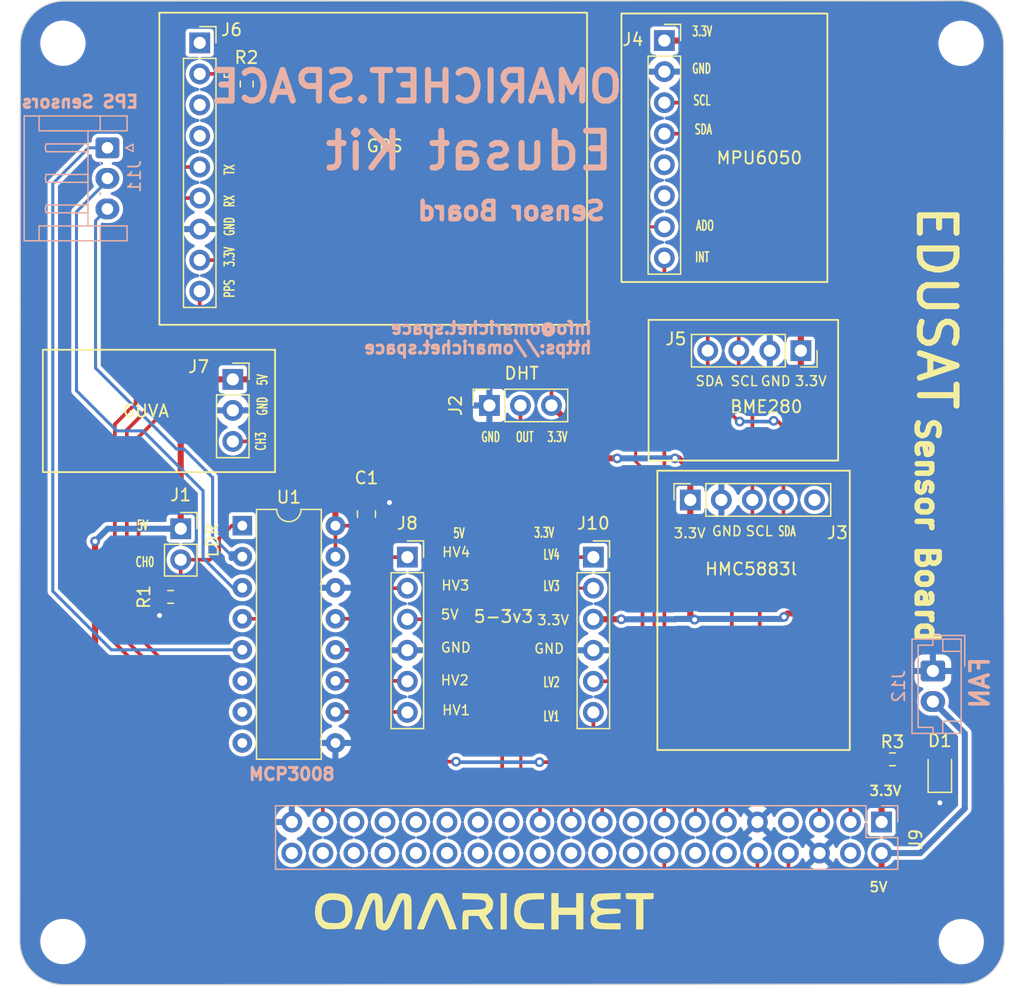
<source format=kicad_pcb>
(kicad_pcb (version 20221018) (generator pcbnew)
  (layers (0 "F.Cu" signal) (31 "B.Cu" power) (34 "B.Paste" user) (35 "F.Paste" user) (36 "B.SilkS" user "B.Silkscreen") (37 "F.SilkS" user "F.Silkscreen") (38 "B.Mask" user) (39 "F.Mask" user) (44 "Edge.Cuts" user))
  (net 0 "")
  (net 1 "+5V")
  (net 2 "GND")
  (net 3 "Net-(D1-A)")
  (net 4 "CH0")
  (net 5 "DHTOUT")
  (net 6 "+3.3V")
  (net 7 "SCL")
  (net 8 "SDA")
  (net 12 "ADO")
  (net 13 "INT")
  (net 15 "/EN")
  (net 18 "TX")
  (net 19 "RX")
  (net 20 "PPS")
  (net 21 "CH3")
  (net 22 "CLK")
  (net 23 "MISO")
  (net 24 "MOSI")
  (net 25 "CS")
  (net 32 "RXO1_MOSI")
  (net 34 "RXO_MISO")
  (net 36 "TXI_CLK")
  (net 42 "OE")
  (net 50 "TXI1_CS")
  (net 53 "CH1")
  (net 54 "CH2")
  (net 55 "CH5")
  (net 56 "CH4")
  (footprint "Connector_PinSocket_2.54mm:PinSocket_1x06_P2.54mm_Vertical" (layer "F.Cu") (at 100.445 106.645)
    (fp_text reference "J8" (at 0 -2.77) (layer "F.SilkS"))
    (fp_text value "Conn_01x06_LLCA")
    (pad "1" thru_hole rect locked (at 0 0) (size 1.7 1.7) (drill 1) (layers "*.Cu" "*.Mask") (net 22 "CLK"))
    (pad "2" thru_hole oval locked (at 0 2.54) (size 1.7 1.7) (drill 1) (layers "*.Cu" "*.Mask") (net 23 "MISO"))
    (pad "3" thru_hole oval locked (at 0 5.08) (size 1.7 1.7) (drill 1) (layers "*.Cu" "*.Mask") (net 1 "+5V"))
    (pad "4" thru_hole oval locked (at 0 7.62) (size 1.7 1.7) (drill 1) (layers "*.Cu" "*.Mask") (net 2 "GND"))
    (pad "5" thru_hole oval locked (at 0 10.16) (size 1.7 1.7) (drill 1) (layers "*.Cu" "*.Mask") (net 24 "MOSI"))
    (pad "6" thru_hole oval locked (at 0 12.7) (size 1.7 1.7) (drill 1) (layers "*.Cu" "*.Mask") (net 25 "CS"))
  )
  (footprint "Connector_PinSocket_2.54mm:PinSocket_1x09_P2.54mm_Vertical" (layer "F.Cu") (at 83.455 64.56)
    (fp_text reference "J6" (at 2.605 -1.07) (layer "F.SilkS"))
    (fp_text value "Conn_01x09_GPS")
    (pad "1" thru_hole rect (at 0 0) (size 1.7 1.7) (drill 1) (layers "*.Cu" "*.Mask"))
    (pad "2" thru_hole oval (at 0 2.54) (size 1.7 1.7) (drill 1) (layers "*.Cu" "*.Mask") (net 15 "/EN"))
    (pad "3" thru_hole oval (at 0 5.08) (size 1.7 1.7) (drill 1) (layers "*.Cu" "*.Mask"))
    (pad "4" thru_hole oval (at 0 7.62) (size 1.7 1.7) (drill 1) (layers "*.Cu" "*.Mask"))
    (pad "5" thru_hole oval (at 0 10.16) (size 1.7 1.7) (drill 1) (layers "*.Cu" "*.Mask") (net 18 "TX"))
    (pad "6" thru_hole oval (at 0 12.7) (size 1.7 1.7) (drill 1) (layers "*.Cu" "*.Mask") (net 19 "RX"))
    (pad "7" thru_hole oval (at 0 15.24) (size 1.7 1.7) (drill 1) (layers "*.Cu" "*.Mask") (net 2 "GND"))
    (pad "8" thru_hole oval (at 0 17.78) (size 1.7 1.7) (drill 1) (layers "*.Cu" "*.Mask") (net 6 "+3.3V"))
    (pad "9" thru_hole oval (at 0 20.32) (size 1.7 1.7) (drill 1) (layers "*.Cu" "*.Mask") (net 20 "PPS"))
  )
  (footprint "MountingHole:MountingHole_3.2mm_M3" (layer "F.Cu") (at 145.77 138.11)
    (fp_text reference "H4" hide)
    (fp_text value "MountingHole")
    (pad "" np_thru_hole circle locked (at 0 0) (size 3.2 3.2) (drill 3.2) (layers "*.Cu" "*.Mask"))
  )
  (footprint "Connector_PinSocket_2.54mm:PinSocket_1x03_P2.54mm_Vertical" (layer "F.Cu") (at 107.16 94.23 90)
    (fp_text reference "J2" (at 0 -2.77 90) (layer "F.SilkS"))
    (fp_text value "Conn_01x03_DHT")
    (pad "1" thru_hole rect (at 0 0 90) (size 1.7 1.7) (drill 1) (layers "*.Cu" "*.Mask") (net 2 "GND"))
    (pad "2" thru_hole oval (at 0 2.54 90) (size 1.7 1.7) (drill 1) (layers "*.Cu" "*.Mask") (net 5 "DHTOUT"))
    (pad "3" thru_hole oval (at 0 5.08 90) (size 1.7 1.7) (drill 1) (layers "*.Cu" "*.Mask") (net 6 "+3.3V"))
  )
  (footprint "Connector_PinSocket_2.54mm:PinSocket_1x08_P2.54mm_Vertical" (layer "F.Cu") (at 121.475 64.375)
    (fp_text reference "J4" (at -2.575 -0.085) (layer "F.SilkS"))
    (fp_text value "Conn_01x08_mpu6050")
    (pad "1" thru_hole rect (at 0 0) (size 1.7 1.7) (drill 1) (layers "*.Cu" "*.Mask") (net 6 "+3.3V"))
    (pad "2" thru_hole oval (at 0 2.54) (size 1.7 1.7) (drill 1) (layers "*.Cu" "*.Mask") (net 2 "GND"))
    (pad "3" thru_hole oval (at 0 5.08) (size 1.7 1.7) (drill 1) (layers "*.Cu" "*.Mask") (net 7 "SCL"))
    (pad "4" thru_hole oval (at 0 7.62) (size 1.7 1.7) (drill 1) (layers "*.Cu" "*.Mask") (net 8 "SDA"))
    (pad "5" thru_hole oval (at 0 10.16) (size 1.7 1.7) (drill 1) (layers "*.Cu" "*.Mask"))
    (pad "6" thru_hole oval (at 0 12.7) (size 1.7 1.7) (drill 1) (layers "*.Cu" "*.Mask"))
    (pad "7" thru_hole oval (at 0 15.24) (size 1.7 1.7) (drill 1) (layers "*.Cu" "*.Mask") (net 12 "ADO"))
    (pad "8" thru_hole oval (at 0 17.78) (size 1.7 1.7) (drill 1) (layers "*.Cu" "*.Mask") (net 13 "INT"))
  )
  (footprint "Connector_PinSocket_2.54mm:PinSocket_1x04_P2.54mm_Vertical" (layer "F.Cu") (at 132.645 89.75 -90)
    (fp_text reference "J5" (at -0.96 10.225 -180) (layer "F.SilkS"))
    (fp_text value "Conn_01x04_BME280")
    (pad "1" thru_hole rect (at 0 0 270) (size 1.7 1.7) (drill 1) (layers "*.Cu" "*.Mask") (net 6 "+3.3V"))
    (pad "2" thru_hole oval (at 0 2.54 270) (size 1.7 1.7) (drill 1) (layers "*.Cu" "*.Mask") (net 2 "GND"))
    (pad "3" thru_hole oval (at 0 5.08 270) (size 1.7 1.7) (drill 1) (layers "*.Cu" "*.Mask") (net 7 "SCL"))
    (pad "4" thru_hole oval (at 0 7.62 270) (size 1.7 1.7) (drill 1) (layers "*.Cu" "*.Mask") (net 8 "SDA"))
  )
  (footprint "MountingHole:MountingHole_3.2mm_M3" (layer "F.Cu") (at 72.26 64.59)
    (fp_text reference "H1" hide)
    (fp_text value "MountingHole")
    (pad "" np_thru_hole circle locked (at 0 0) (size 3.2 3.2) (drill 3.2) (layers "*.Cu" "*.Mask"))
  )
  (footprint "Resistor_SMD:R_0603_1608Metric" (layer "F.Cu") (at 87.3 67.925 -90)
    (fp_text reference "R2" (at -2.165 0.02 -180) (layer "F.SilkS"))
    (fp_text value "10K")
    (pad "1" smd roundrect (at -0.825 0 270) (size 0.8 0.95) (layers "F.Cu" "F.Paste" "F.Mask") (net 15 "/EN"))
    (pad "2" smd roundrect (at 0.825 0 270) (size 0.8 0.95) (layers "F.Cu" "F.Paste" "F.Mask") (net 6 "+3.3V"))
  )
  (footprint "Connector_PinSocket_2.54mm:PinSocket_1x02_P2.54mm_Vertical" (layer "F.Cu") (at 81.9 104.32)
    (fp_text reference "J1" (at 0 -2.77) (layer "F.SilkS"))
    (fp_text value "Conn_01x02_Light")
    (pad "1" thru_hole rect (at 0 0) (size 1.7 1.7) (drill 1) (layers "*.Cu" "*.Mask") (net 1 "+5V"))
    (pad "2" thru_hole oval (at 0 2.54) (size 1.7 1.7) (drill 1) (layers "*.Cu" "*.Mask") (net 4 "CH0"))
  )
  (footprint "MountingHole:MountingHole_3.2mm_M3" (layer "F.Cu") (at 145.76 64.6)
    (fp_text reference "H2" hide)
    (fp_text value "MountingHole")
    (pad "" np_thru_hole circle locked (at 0 0) (size 3.2 3.2) (drill 3.2) (layers "*.Cu" "*.Mask"))
  )
  (footprint "LED_SMD:LED_0805_2012Metric" (layer "F.Cu") (at 144.018 124.206 90)
    (fp_text reference "D1" (at 2.54 0 180) (layer "F.SilkS"))
    (fp_text value "LED")
    (pad "1" smd roundrect (at -0.9375 0 90) (size 0.975 1.4) (layers "F.Cu" "F.Paste" "F.Mask") (net 2 "GND"))
    (pad "2" smd roundrect (at 0.9375 0 90) (size 0.975 1.4) (layers "F.Cu" "F.Paste" "F.Mask") (net 3 "Net-(D1-A)"))
  )
  (footprint "Capacitor_SMD:C_0805_2012Metric" (layer "F.Cu") (at 97.1 103.12 90)
    (fp_text reference "C1" (at 2.96 0) (layer "F.SilkS"))
    (fp_text value "100n")
    (pad "1" smd roundrect (at -0.95 0 90) (size 1 1.45) (layers "F.Cu" "F.Paste" "F.Mask") (net 1 "+5V"))
    (pad "2" smd roundrect (at 0.95 0 90) (size 1 1.45) (layers "F.Cu" "F.Paste" "F.Mask") (net 2 "GND"))
  )
  (footprint "LOGO" (layer "F.Cu") (at 106.72 135.58)
    (fp_text reference "G***" hide)
    (fp_text value "LOGO" hide)
  )
  (footprint "MountingHole:MountingHole_3.2mm_M3" (layer "F.Cu") (at 72.26 138.1)
    (fp_text reference "H3" hide)
    (fp_text value "MountingHole")
    (pad "" np_thru_hole circle locked (at 0 0) (size 3.2 3.2) (drill 3.2) (layers "*.Cu" "*.Mask"))
  )
  (footprint "Package_DIP:DIP-16_W7.62mm" (layer "F.Cu") (at 86.94 104.07)
    (fp_text reference "U1" (at 3.81 -2.33) (layer "F.SilkS"))
    (fp_text value "MCP3008")
    (pad "1" thru_hole rect (at 0 0) (size 1.6 1.6) (drill 0.8) (layers "*.Cu" "*.Mask") (net 4 "CH0"))
    (pad "2" thru_hole oval (at 0 2.54) (size 1.6 1.6) (drill 0.8) (layers "*.Cu" "*.Mask") (net 53 "CH1"))
    (pad "3" thru_hole oval (at 0 5.08) (size 1.6 1.6) (drill 0.8) (layers "*.Cu" "*.Mask") (net 54 "CH2"))
    (pad "4" thru_hole oval (at 0 7.62) (size 1.6 1.6) (drill 0.8) (layers "*.Cu" "*.Mask") (net 21 "CH3"))
    (pad "5" thru_hole oval (at 0 10.16) (size 1.6 1.6) (drill 0.8) (layers "*.Cu" "*.Mask") (net 56 "CH4"))
    (pad "6" thru_hole oval (at 0 12.7) (size 1.6 1.6) (drill 0.8) (layers "*.Cu" "*.Mask") (net 55 "CH5"))
    (pad "7" thru_hole oval (at 0 15.24) (size 1.6 1.6) (drill 0.8) (layers "*.Cu" "*.Mask"))
    (pad "8" thru_hole oval (at 0 17.78) (size 1.6 1.6) (drill 0.8) (layers "*.Cu" "*.Mask"))
    (pad "9" thru_hole oval (at 7.62 17.78) (size 1.6 1.6) (drill 0.8) (layers "*.Cu" "*.Mask") (net 2 "GND"))
    (pad "10" thru_hole oval (at 7.62 15.24) (size 1.6 1.6) (drill 0.8) (layers "*.Cu" "*.Mask") (net 25 "CS"))
    (pad "11" thru_hole oval (at 7.62 12.7) (size 1.6 1.6) (drill 0.8) (layers "*.Cu" "*.Mask") (net 24 "MOSI"))
    (pad "12" thru_hole oval (at 7.62 10.16) (size 1.6 1.6) (drill 0.8) (layers "*.Cu" "*.Mask") (net 23 "MISO"))
    (pad "13" thru_hole oval (at 7.62 7.62) (size 1.6 1.6) (drill 0.8) (layers "*.Cu" "*.Mask") (net 22 "CLK"))
    (pad "14" thru_hole oval (at 7.62 5.08) (size 1.6 1.6) (drill 0.8) (layers "*.Cu" "*.Mask") (net 2 "GND"))
    (pad "15" thru_hole oval (at 7.62 2.54) (size 1.6 1.6) (drill 0.8) (layers "*.Cu" "*.Mask") (net 1 "+5V"))
    (pad "16" thru_hole oval (at 7.62 0) (size 1.6 1.6) (drill 0.8) (layers "*.Cu" "*.Mask") (net 1 "+5V"))
  )
  (footprint "Resistor_SMD:R_0603_1608Metric" (layer "F.Cu") (at 81.075 109.9 180)
    (fp_text reference "R1" (at 2.185 0 90) (layer "F.SilkS"))
    (fp_text value "10k")
    (pad "1" smd roundrect (at -0.825 0 180) (size 0.8 0.95) (layers "F.Cu" "F.Paste" "F.Mask") (net 4 "CH0"))
    (pad "2" smd roundrect (at 0.825 0 180) (size 0.8 0.95) (layers "F.Cu" "F.Paste" "F.Mask") (net 2 "GND"))
  )
  (footprint "Connector_PinSocket_2.54mm:PinSocket_1x06_P2.54mm_Vertical" (layer "F.Cu") (at 115.665 106.645)
    (fp_text reference "J10" (at 0 -2.77) (layer "F.SilkS"))
    (fp_text value "Conn_01x06_LLCB")
    (pad "1" thru_hole rect locked (at 0 0) (size 1.7 1.7) (drill 1) (layers "*.Cu" "*.Mask") (net 36 "TXI_CLK"))
    (pad "2" thru_hole oval locked (at 0 2.54) (size 1.7 1.7) (drill 1) (layers "*.Cu" "*.Mask") (net 34 "RXO_MISO"))
    (pad "3" thru_hole oval locked (at 0 5.08) (size 1.7 1.7) (drill 1) (layers "*.Cu" "*.Mask") (net 6 "+3.3V"))
    (pad "4" thru_hole oval locked (at 0 7.62) (size 1.7 1.7) (drill 1) (layers "*.Cu" "*.Mask") (net 2 "GND"))
    (pad "5" thru_hole oval locked (at 0 10.16) (size 1.7 1.7) (drill 1) (layers "*.Cu" "*.Mask") (net 32 "RXO1_MOSI"))
    (pad "6" thru_hole oval locked (at 0 12.7) (size 1.7 1.7) (drill 1) (layers "*.Cu" "*.Mask") (net 50 "TXI1_CS"))
  )
  (footprint "Connector_PinSocket_2.54mm:PinSocket_1x03_P2.54mm_Vertical" (layer "F.Cu") (at 86.16 92.095)
    (fp_text reference "J7" (at -2.79 -1.035) (layer "F.SilkS"))
    (fp_text value "Conn_01x03_GUVA-S12SD")
    (pad "1" thru_hole rect (at 0 0) (size 1.7 1.7) (drill 1) (layers "*.Cu" "*.Mask") (net 1 "+5V"))
    (pad "2" thru_hole oval (at 0 2.54) (size 1.7 1.7) (drill 1) (layers "*.Cu" "*.Mask") (net 2 "GND"))
    (pad "3" thru_hole oval (at 0 5.08) (size 1.7 1.7) (drill 1) (layers "*.Cu" "*.Mask") (net 21 "CH3"))
  )
  (footprint "Resistor_SMD:R_0603_1608Metric" (layer "F.Cu") (at 140.145 123.19)
    (fp_text reference "R3" (at 0 -1.43) (layer "F.SilkS"))
    (fp_text value "R")
    (pad "1" smd roundrect (at -0.825 0) (size 0.8 0.95) (layers "F.Cu" "F.Paste" "F.Mask") (net 6 "+3.3V"))
    (pad "2" smd roundrect (at 0.825 0) (size 0.8 0.95) (layers "F.Cu" "F.Paste" "F.Mask") (net 3 "Net-(D1-A)"))
  )
  (footprint "Connector_PinSocket_2.54mm:PinSocket_1x05_P2.54mm_Vertical" (layer "F.Cu") (at 123.6 101.96 90)
    (fp_text reference "J3" (at -2.688 12.036 180) (layer "F.SilkS"))
    (fp_text value "Conn_01x05_HMC5883L")
    (pad "1" thru_hole rect (at 0 0 90) (size 1.7 1.7) (drill 1) (layers "*.Cu" "*.Mask") (net 6 "+3.3V"))
    (pad "2" thru_hole oval (at 0 2.54 90) (size 1.7 1.7) (drill 1) (layers "*.Cu" "*.Mask") (net 2 "GND"))
    (pad "3" thru_hole oval (at 0 5.08 90) (size 1.7 1.7) (drill 1) (layers "*.Cu" "*.Mask") (net 7 "SCL"))
    (pad "4" thru_hole oval (at 0 7.62 90) (size 1.7 1.7) (drill 1) (layers "*.Cu" "*.Mask") (net 8 "SDA"))
    (pad "5" thru_hole oval (at 0 10.16 90) (size 1.7 1.7) (drill 1) (layers "*.Cu" "*.Mask"))
  )
  (footprint "Connector_JST:JST_EH_B2B-EH-A_1x02_P2.50mm_Vertical" (layer "B.Cu") (at 143.45 115.96 -90)
    (fp_text reference "J12" (at 1.25 2.8 90) (layer "B.SilkS") (effects (justify mirror)))
    (fp_text value "Conn_01x02_Pin")
    (pad "1" thru_hole roundrect (at 0 0 270) (size 1.7 2) (drill 1) (layers "*.Cu" "*.Mask") (roundrect_rratio 0.1470588235) (net 2 "GND"))
    (pad "2" thru_hole oval (at 2.5 0 270) (size 1.7 2) (drill 1) (layers "*.Cu" "*.Mask") (net 1 "+5V"))
  )
  (footprint "Connector_JST:JST_EH_S3B-EH_1x03_P2.50mm_Horizontal" (layer "B.Cu") (at 75.9 73.15 -90)
    (fp_text reference "J11" (at 2.34 -2.22 90) (layer "B.SilkS") (effects (justify mirror)))
    (fp_text value "Conn_01x03_Pin")
    (pad "1" thru_hole roundrect (at 0 0 270) (size 1.7 1.95) (drill 0.95) (layers "*.Cu" "*.Mask") (roundrect_rratio 0.1470588235) (net 56 "CH4"))
    (pad "2" thru_hole oval (at 2.5 0 270) (size 1.7 1.95) (drill 0.95) (layers "*.Cu" "*.Mask") (net 54 "CH2"))
    (pad "3" thru_hole oval (at 5 0 270) (size 1.7 1.95) (drill 0.95) (layers "*.Cu" "*.Mask") (net 53 "CH1"))
  )
  (footprint "Connector_PinSocket_2.54mm:PinSocket_2x20_P2.54mm_Vertical" (layer "B.Cu") (at 139.25 128.32 90)
    (fp_text reference "J9" (at -1.42 2.8 -90) (layer "F.SilkS"))
    (fp_text value "Conn_02x20_Odd_Even")
    (pad "1" thru_hole rect (at 0 0 90) (size 1.7 1.7) (drill 1) (layers "*.Cu" "*.Mask") (net 6 "+3.3V"))
    (pad "2" thru_hole oval (at -2.54 0 90) (size 1.7 1.7) (drill 1) (layers "*.Cu" "*.Mask") (net 1 "+5V"))
    (pad "3" thru_hole oval (at 0 -2.54 90) (size 1.7 1.7) (drill 1) (layers "*.Cu" "*.Mask") (net 8 "SDA"))
    (pad "4" thru_hole oval (at -2.54 -2.54 90) (size 1.7 1.7) (drill 1) (layers "*.Cu" "*.Mask"))
    (pad "5" thru_hole oval (at 0 -5.08 90) (size 1.7 1.7) (drill 1) (layers "*.Cu" "*.Mask") (net 7 "SCL"))
    (pad "6" thru_hole circle (at -2.54 -5.08 90) (size 1.7 1.7) (drill 1) (layers "*.Cu" "*.Mask") (net 2 "GND"))
    (pad "7" thru_hole oval (at 0 -7.62 90) (size 1.7 1.7) (drill 1) (layers "*.Cu" "*.Mask"))
    (pad "8" thru_hole oval (at -2.54 -7.62 90) (size 1.7 1.7) (drill 1) (layers "*.Cu" "*.Mask") (net 18 "TX"))
    (pad "9" thru_hole oval (at 0 -10.16 90) (size 1.7 1.7) (drill 1) (layers "*.Cu" "*.Mask") (net 2 "GND"))
    (pad "10" thru_hole oval (at -2.54 -10.16 90) (size 1.7 1.7) (drill 1) (layers "*.Cu" "*.Mask") (net 19 "RX"))
    (pad "11" thru_hole oval (at 0 -12.7 90) (size 1.7 1.7) (drill 1) (layers "*.Cu" "*.Mask") (net 13 "INT"))
    (pad "12" thru_hole oval (at -2.54 -12.7 90) (size 1.7 1.7) (drill 1) (layers "*.Cu" "*.Mask"))
    (pad "13" thru_hole oval (at 0 -15.24 90) (size 1.7 1.7) (drill 1) (layers "*.Cu" "*.Mask") (net 12 "ADO"))
    (pad "14" thru_hole oval (at -2.54 -15.24 90) (size 1.7 1.7) (drill 1) (layers "*.Cu" "*.Mask"))
    (pad "15" thru_hole oval (at 0 -17.78 90) (size 1.7 1.7) (drill 1) (layers "*.Cu" "*.Mask") (net 5 "DHTOUT"))
    (pad "16" thru_hole oval (at -2.54 -17.78 90) (size 1.7 1.7) (drill 1) (layers "*.Cu" "*.Mask") (net 20 "PPS"))
    (pad "17" thru_hole oval (at 0 -20.32 90) (size 1.7 1.7) (drill 1) (layers "*.Cu" "*.Mask"))
    (pad "18" thru_hole oval (at -2.54 -20.32 90) (size 1.7 1.7) (drill 1) (layers "*.Cu" "*.Mask"))
    (pad "19" thru_hole oval (at 0 -22.86 90) (size 1.7 1.7) (drill 1) (layers "*.Cu" "*.Mask") (net 32 "RXO1_MOSI"))
    (pad "20" thru_hole oval (at -2.54 -22.86 90) (size 1.7 1.7) (drill 1) (layers "*.Cu" "*.Mask"))
    (pad "21" thru_hole oval (at 0 -25.4 90) (size 1.7 1.7) (drill 1) (layers "*.Cu" "*.Mask") (net 34 "RXO_MISO"))
    (pad "22" thru_hole oval (at -2.54 -25.4 90) (size 1.7 1.7) (drill 1) (layers "*.Cu" "*.Mask"))
    (pad "23" thru_hole oval (at 0 -27.94 90) (size 1.7 1.7) (drill 1) (layers "*.Cu" "*.Mask") (net 36 "TXI_CLK"))
    (pad "24" thru_hole oval (at -2.54 -27.94 90) (size 1.7 1.7) (drill 1) (layers "*.Cu" "*.Mask"))
    (pad "25" thru_hole oval (at 0 -30.48 90) (size 1.7 1.7) (drill 1) (layers "*.Cu" "*.Mask"))
    (pad "26" thru_hole oval (at -2.54 -30.48 90) (size 1.7 1.7) (drill 1) (layers "*.Cu" "*.Mask"))
    (pad "27" thru_hole oval (at 0 -33.02 90) (size 1.7 1.7) (drill 1) (layers "*.Cu" "*.Mask"))
    (pad "28" thru_hole oval (at -2.54 -33.02 90) (size 1.7 1.7) (drill 1) (layers "*.Cu" "*.Mask"))
    (pad "29" thru_hole oval (at 0 -35.56 90) (size 1.7 1.7) (drill 1) (layers "*.Cu" "*.Mask") (net 42 "OE"))
    (pad "30" thru_hole oval (at -2.54 -35.56 90) (size 1.7 1.7) (drill 1) (layers "*.Cu" "*.Mask"))
    (pad "31" thru_hole oval (at 0 -38.1 90) (size 1.7 1.7) (drill 1) (layers "*.Cu" "*.Mask"))
    (pad "32" thru_hole oval (at -2.54 -38.1 90) (size 1.7 1.7) (drill 1) (layers "*.Cu" "*.Mask"))
    (pad "33" thru_hole oval (at 0 -40.64 90) (size 1.7 1.7) (drill 1) (layers "*.Cu" "*.Mask"))
    (pad "34" thru_hole oval (at -2.54 -40.64 90) (size 1.7 1.7) (drill 1) (layers "*.Cu" "*.Mask"))
    (pad "35" thru_hole oval (at 0 -43.18 90) (size 1.7 1.7) (drill 1) (layers "*.Cu" "*.Mask"))
    (pad "36" thru_hole oval (at -2.54 -43.18 90) (size 1.7 1.7) (drill 1) (layers "*.Cu" "*.Mask"))
    (pad "37" thru_hole oval (at 0 -45.72 90) (size 1.7 1.7) (drill 1) (layers "*.Cu" "*.Mask") (net 50 "TXI1_CS"))
    (pad "38" thru_hole oval (at -2.54 -45.72 90) (size 1.7 1.7) (drill 1) (layers "*.Cu" "*.Mask"))
    (pad "39" thru_hole oval (at 0 -48.26 90) (size 1.7 1.7) (drill 1) (layers "*.Cu" "*.Mask") (net 2 "GND"))
    (pad "40" thru_hole oval (at -2.54 -48.26 90) (size 1.7 1.7) (drill 1) (layers "*.Cu" "*.Mask"))
  )
  (gr_rect (start 120.185 87.23) (end 135.695 98.74) (stroke (width 0.15)) (fill none) (layer "F.SilkS"))
  (gr_rect (start 70.62 89.675) (end 89.62 99.685) (stroke (width 0.15)) (fill none) (layer "F.SilkS"))
  (gr_rect (start 120.904 99.568) (end 136.652 122.428) (stroke (width 0.15)) (fill none) (layer "F.SilkS"))
  (gr_rect (start 117.965 62.16) (end 134.815 84.13) (stroke (width 0.15)) (fill none) (layer "F.SilkS"))
  (gr_rect (start 80.15 62.09) (end 115.15 87.63) (stroke (width 0.15)) (fill none) (layer "F.SilkS"))
  (gr_line (start 68.77 64.76) (end 68.73 138.04) (stroke (width 0.1)) (layer "Edge.Cuts"))
  (gr_arc (start 149.3 138.1) (mid 148.277803 140.567803) (end 145.81 141.59) (stroke (width 0.1)) (layer "Edge.Cuts"))
  (gr_line (start 149.239215 64.744059) (end 149.3 138.1) (stroke (width 0.1)) (layer "Edge.Cuts"))
  (gr_line (start 72.32 141.63) (end 145.81 141.59) (stroke (width 0.1)) (layer "Edge.Cuts"))
  (gr_arc (start 145.609232 61.102821) (mid 148.18 62.17) (end 149.239215 64.744059) (stroke (width 0.1)) (layer "Edge.Cuts"))
  (gr_line (start 72.411238 61.130017) (end 141.98 61.12) (stroke (width 0.1)) (layer "Edge.Cuts"))
  (gr_arc (start 72.32 141.63) (mid 69.781487 140.578513) (end 68.73 138.04) (stroke (width 0.1)) (layer "Edge.Cuts"))
  (gr_line (start 141.98 61.12) (end 145.609232 61.102821) (stroke (width 0.1)) (layer "Edge.Cuts"))
  (gr_arc (start 68.77 64.76) (mid 69.837179 62.189232) (end 72.411238 61.130017) (stroke (width 0.1)) (layer "Edge.Cuts"))
  (gr_text "OMARICHET.SPACE" (at 118.3 69.61) (layer "B.SilkS") (effects (font (size 2.5 2.5) (thickness 0.5) bold) (justify left bottom mirror)))
  (gr_text "EPS Sensors" (at 78.55 69.97) (layer "B.SilkS") (effects (font (size 1 1) (thickness 0.25) bold) (justify left bottom mirror)))
  (gr_text "info@omarichet.space\nhttps://omarichet.space" (at 115.66 90.09) (layer "B.SilkS") (effects (font (size 1 1) (thickness 0.25) bold) (justify left bottom mirror)))
  (gr_text "FAN" (at 148.17 114.66 90) (layer "B.SilkS") (effects (font (size 1.5 1.5) (thickness 0.3) bold) (justify left bottom mirror)))
  (gr_text "Edusat Kit" (at 117.55 75.15) (layer "B.SilkS") (effects (font (size 3 3) (thickness 0.5) bold) (justify left bottom mirror)))
  (gr_text "Sensor Board" (at 116.8 79.19) (layer "B.SilkS") (effects (font (size 1.5 1.5) (thickness 0.375) bold) (justify left bottom mirror)))
  (gr_text "MCP3008" (at 87.35 124.99) (layer "B.SilkS") (effects (font (size 1 1) (thickness 0.25) bold) (justify left bottom)))
  (gr_text "5V" (at 138.176 134.112) (layer "F.SilkS") (effects (font (size 0.8 0.8)) (justify left bottom)))
  (gr_text "RX" (at 86.36 78.08 90) (layer "F.SilkS") (effects (font (size 0.8 0.5) (thickness 0.125)) (justify left bottom)))
  (gr_text "INT" (at 123.92 82.57) (layer "F.SilkS") (effects (font (size 0.8 0.5) (thickness 0.125)) (justify left bottom)))
  (gr_text "GND" (at 103.11 114.51) (layer "F.SilkS") (effects (font (size 0.8 0.8) (thickness 0.125)) (justify left bottom)))
  (gr_text "5-3v3" (at 105.79 112.09) (layer "F.SilkS") (effects (font (size 1 1)) (justify left bottom)))
  (gr_text "GND" (at 129.286 92.71) (layer "F.SilkS") (effects (font (size 0.8 0.8) (thickness 0.125)) (justify left bottom)))
  (gr_text "EDUSAT" (at 141.99 77.63 270) (layer "F.SilkS") (effects (font (size 3 3) (thickness 0.5) bold) (justify left bottom)))
  (gr_text "GND" (at 106.42 97.282) (layer "F.SilkS") (effects (font (size 0.8 0.5) (thickness 0.125)) (justify left bottom)))
  (gr_text "3.3V" (at 110.744 105.11) (layer "F.SilkS") (effects (font (size 0.8 0.5) (thickness 0.125)) (justify left bottom)))
  (gr_text "CH0" (at 78.14 107.51) (layer "F.SilkS") (effects (font (size 0.8 0.5) (thickness 0.125)) (justify left bottom)))
  (gr_text "5V" (at 78.24 104.52) (layer "F.SilkS") (effects (font (size 0.8 0.5) (thickness 0.125)) (justify left bottom)))
  (gr_text "5V" (at 103.11 111.81) (layer "F.SilkS") (effects (font (size 0.8 0.8) (thickness 0.125)) (justify left bottom)))
  (gr_text "3.3V" (at 122.174 105.156) (layer "F.SilkS") (effects (font (size 0.8 0.8) (thickness 0.125)) (justify left bottom)))
  (gr_text "LV2" (at 111.506 117.348) (layer "F.SilkS") (effects (font (size 0.8 0.5) (thickness 0.125)) (justify left bottom)))
  (gr_text "3.3V" (at 111.83 97.282) (layer "F.SilkS") (effects (font (size 0.8 0.5) (thickness 0.125)) (justify left bottom)))
  (gr_text "MPU6050" (at 125.65 74.56) (layer "F.SilkS") (effects (font (size 1 1)) (justify left bottom)))
  (gr_text "SCL" (at 123.78 69.74) (layer "F.SilkS") (effects (font (size 0.8 0.5) (thickness 0.125)) (justify left bottom)))
  (gr_text "LV4" (at 111.506 106.91) (layer "F.SilkS") (effects (font (size 0.8 0.5) (thickness 0.125)) (justify left bottom)))
  (gr_text "3.3V" (at 123.68 64.09) (layer "F.SilkS") (effects (font (size 0.8 0.5) (thickness 0.125)) (justify left bottom)))
  (gr_text "GND" (at 86.36 80.43 90) (layer "F.SilkS") (effects (font (size 0.8 0.5) (thickness 0.125)) (justify left bottom)))
  (gr_text "GND" (at 125.29 104.99) (layer "F.SilkS") (effects (font (size 0.8 0.8) (thickness 0.125)) (justify left bottom)))
  (gr_text "OUT" (at 109.26 97.282) (layer "F.SilkS") (effects (font (size 0.8 0.5) (thickness 0.125)) (justify left bottom)))
  (gr_text "HMC5883l" (at 124.714 108.204) (layer "F.SilkS") (effects (font (size 1 1)) (justify left bottom)))
  (gr_text "BME280" (at 126.77 94.92) (layer "F.SilkS") (effects (font (size 1 1)) (justify left bottom)))
  (gr_text "LDR" (at 85.06 106.76 90) (layer "F.SilkS") (effects (font (size 1 1)) (justify left bottom)))
  (gr_text "3.3V" (at 86.36 82.96 90) (layer "F.SilkS") (effects (font (size 0.8 0.5) (thickness 0.125)) (justify left bottom)))
  (gr_text "HV3" (at 103.15 109.43) (layer "F.SilkS") (effects (font (size 0.8 0.8) (thickness 0.125)) (justify left bottom)))
  (gr_text "5V" (at 89.06 92.66 90) (layer "F.SilkS") (effects (font (size 0.8 0.5) (thickness 0.125)) (justify left bottom)))
  (gr_text "LV3" (at 111.506 109.474) (layer "F.SilkS") (effects (font (size 0.8 0.5) (thickness 0.125)) (justify left bottom)))
  (gr_text "EN" (at 86.36 67.564 90) (layer "F.SilkS") (effects (font (size 0.8 0.5) (thickness 0.125)) (justify left bottom)))
  (gr_text "3.3V" (at 132.08 92.71) (layer "F.SilkS") (effects (font (size 0.8 0.8) (thickness 0.125)) (justify left bottom)))
  (gr_text "TX" (at 86.36 75.45 90) (layer "F.SilkS") (effects (font (size 0.8 0.5) (thickness 0.125)) (justify left bottom)))
  (gr_text "GPS" (at 97.01 73.58) (layer "F.SilkS") (effects (font (size 1 1)) (justify left bottom)))
  (gr_text "DHT" (at 108.29 92.19) (layer "F.SilkS") (effects (font (size 1 1)) (justify left bottom)))
  (gr_text "SDA" (at 123.952 92.71) (layer "F.SilkS") (effects (font (size 0.8 0.8) (thickness 0.125)) (justify left bottom)))
  (gr_text "SCL" (at 126.82 92.71) (layer "F.SilkS") (effects (font (size 0.8 0.8) (thickness 0.125)) (justify left bottom)))
  (gr_text "Sensor Board" (at 141.92 95.02 270) (layer "F.SilkS") (effects (font (size 1.8 1.8) (thickness 0.45) bold) (justify left bottom)))
  (gr_text "SCL" (at 128.05 104.99) (layer "F.SilkS") (effects (font (size 0.8 0.8) (thickness 0.125)) (justify left bottom)))
  (gr_text "GND" (at 123.68 67.14) (layer "F.SilkS") (effects (font (size 0.8 0.5) (thickness 0.125)) (justify left bottom)))
  (gr_text "HV1" (at 103.21 119.64) (layer "F.SilkS") (effects (font (size 0.8 0.8) (thickness 0.125)) (justify left bottom)))
  (gr_text "PPS" (at 86.36 85.49 90) (layer "F.SilkS") (effects (font (size 0.8 0.5) (thickness 0.125)) (justify left bottom)))
  (gr_text "ADO" (at 123.99 79.99) (layer "F.SilkS") (effects (font (size 0.8 0.5) (thickness 0.125)) (justify left bottom)))
  (gr_text "GND" (at 110.744 114.6) (layer "F.SilkS") (effects (font (size 0.8 0.8) (thickness 0.125)) (justify left bottom)))
  (gr_text "CH3" (at 88.93 98 90) (layer "F.SilkS") (effects (font (size 0.8 0.5) (thickness 0.125)) (justify left bottom)))
  (gr_text "SDA" (at 123.88 72.11) (layer "F.SilkS") (effects (font (size 0.8 0.5) (thickness 0.125)) (justify left bottom)))
  (gr_text "HV2" (at 103.1 117.19) (layer "F.SilkS") (effects (font (size 0.8 0.8) (thickness 0.125)) (justify left bottom)))
  (gr_text "HV4" (at 103.21 106.71) (layer "F.SilkS") (effects (font (size 0.8 0.8) (thickness 0.125)) (justify left bottom)))
  (gr_text "LV1" (at 111.506 120.142) (layer "F.SilkS") (effects (font (size 0.8 0.5) (thickness 0.125)) (justify left bottom)))
  (gr_text "GUVA" (at 77.07 95.27) (layer "F.SilkS") (effects (font (size 1 1)) (justify left bottom)))
  (gr_text "3.3V" (at 138.176 126.238) (layer "F.SilkS") (effects (font (size 0.8 0.8)) (justify left bottom)))
  (gr_text "GND" (at 89.06 95.13 90) (layer "F.SilkS") (effects (font (size 0.8 0.5) (thickness 0.125)) (justify left bottom)))
  (gr_text "SDA" (at 130.73 105) (layer "F.SilkS") (effects (font (size 0.8 0.5) (thickness 0.125)) (justify left bottom)))
  (gr_text "5V" (at 104.14 105.156) (layer "F.SilkS") (effects (font (size 0.8 0.5) (thickness 0.125)) (justify left bottom)))
  (gr_text "3.3V" (at 110.998 112.268) (layer "F.SilkS") (effects (font (size 0.8 0.8) (thickness 0.125)) (justify left bottom)))
  (segment (start 135.542 137) (end 139.25 133.292) (width 0.5) (layer "F.Cu") (net 1))
  (segment (start 74.89 115.29) (end 76.98 117.38) (width 0.5) (layer "F.Cu") (net 1))
  (segment (start 104.5 110.12) (end 102.895 111.725) (width 0.3) (layer "F.Cu") (net 1))
  (segment (start 94.56 104.07) (end 97.1 104.07) (width 0.3) (layer "F.Cu") (net 1))
  (segment (start 86.16 92.095) (end 83.945 92.095) (width 0.5) (layer "F.Cu") (net 1))
  (segment (start 81.66 137) (end 135.542 137) (width 0.5) (layer "F.Cu") (net 1))
  (segment (start 89.975 92.095) (end 94.56 96.68) (width 0.5) (layer "F.Cu") (net 1))
  (segment (start 86.16 92.095) (end 89.975 92.095) (width 0.5) (layer "F.Cu") (net 1))
  (segment (start 94.56 96.68) (end 94.56 104.07) (width 0.5) (layer "F.Cu") (net 1))
  (segment (start 97.1 104.07) (end 103.45 104.07) (width 0.3) (layer "F.Cu") (net 1))
  (segment (start 94.56 104.07) (end 94.56 106.61) (width 0.3) (layer "F.Cu") (net 1))
  (segment (start 76.98 117.38) (end 76.98 132.32) (width 0.5) (layer "F.Cu") (net 1))
  (segment (start 74.89 105.35) (end 74.89 114.43) (width 0.5) (layer "F.Cu") (net 1))
  (segment (start 76.98 132.32) (end 81.66 137) (width 0.5) (layer "F.Cu") (net 1))
  (segment (start 103.45 104.07) (end 104.5 105.12) (width 0.3) (layer "F.Cu") (net 1))
  (segment (start 139.25 133.292) (end 139.25 130.86) (width 0.5) (layer "F.Cu") (net 1))
  (segment (start 83.945 92.095) (end 81.9 94.14) (width 0.5) (layer "F.Cu") (net 1))
  (segment (start 102.895 111.725) (end 100.445 111.725) (width 0.3) (layer "F.Cu") (net 1))
  (segment (start 104.5 105.12) (end 104.5 110.12) (width 0.3) (layer "F.Cu") (net 1))
  (segment (start 74.89 114.43) (end 74.89 115.29) (width 0.5) (layer "F.Cu") (net 1))
  (segment (start 81.9 94.14) (end 81.9 104.32) (width 0.5) (layer "F.Cu") (net 1))
  (via (at 74.89 105.35) (size 0.8) (drill 0.4) (layers "F.Cu" "B.Cu") (net 1))
  (segment (start 143.45 118.46) (end 146.06 121.07) (width 0.5) (layer "B.Cu") (net 1))
  (segment (start 74.89 105.35) (end 75.92 104.32) (width 0.5) (layer "B.Cu") (net 1))
  (segment (start 146.06 121.07) (end 146.06 127.21) (width 0.5) (layer "B.Cu") (net 1))
  (segment (start 146.06 127.21) (end 142.41 130.86) (width 0.5) (layer "B.Cu") (net 1))
  (segment (start 142.41 130.86) (end 139.25 130.86) (width 0.5) (layer "B.Cu") (net 1))
  (segment (start 75.92 104.32) (end 81.9 104.32) (width 0.5) (layer "B.Cu") (net 1))
  (segment (start 98.97 102.17) (end 98.98 102.18) (width 0.3) (layer "F.Cu") (net 2))
  (segment (start 144.018 125.1435) (end 144.018 126.746) (width 0.25) (layer "F.Cu") (net 2))
  (segment (start 80.25 109.9) (end 80.25 111.34) (width 0.3) (layer "F.Cu") (net 2))
  (segment (start 97.1 102.17) (end 98.97 102.17) (width 0.3) (layer "F.Cu") (net 2))
  (segment (start 80.25 111.34) (end 80.17 111.42) (width 0.3) (layer "F.Cu") (net 2))
  (via (at 80.17 111.42) (size 0.8) (drill 0.4) (layers "F.Cu" "B.Cu") (net 2))
  (via (at 98.98 102.18) (size 0.8) (drill 0.4) (layers "F.Cu" "B.Cu") (net 2))
  (via (at 144.018 126.746) (size 0.8) (drill 0.4) (layers "F.Cu" "B.Cu") (net 2))
  (segment (start 140.97 123.19) (end 143.9395 123.19) (width 0.25) (layer "F.Cu") (net 3))
  (segment (start 143.9395 123.19) (end 144.018 123.2685) (width 0.25) (layer "F.Cu") (net 3))
  (segment (start 81.9 106.86) (end 81.9 109.9) (width 0.3) (layer "F.Cu") (net 4))
  (segment (start 85.04 106.11) (end 84.29 106.86) (width 0.3) (layer "F.Cu") (net 4))
  (segment (start 86.94 104.07) (end 86.08 104.07) (width 0.3) (layer "F.Cu") (net 4))
  (segment (start 84.29 106.86) (end 81.9 106.86) (width 0.3) (layer "F.Cu") (net 4))
  (segment (start 85.04 105.11) (end 85.04 106.11) (width 0.3) (layer "F.Cu") (net 4))
  (segment (start 86.08 104.07) (end 85.04 105.11) (width 0.3) (layer "F.Cu") (net 4))
  (segment (start 119.69 116.134) (end 121.47 117.914) (width 0.3) (layer "F.Cu") (net 5))
  (segment (start 121.47 117.914) (end 121.47 128.32) (width 0.3) (layer "F.Cu") (net 5))
  (segment (start 111.22 97.68) (end 114.57 97.68) (width 0.3) (layer "F.Cu") (net 5))
  (segment (start 119.69 102.8) (end 119.69 116.134) (width 0.3) (layer "F.Cu") (net 5))
  (segment (start 109.7 96.16) (end 111.22 97.68) (width 0.3) (layer "F.Cu") (net 5))
  (segment (start 114.57 97.68) (end 119.69 102.8) (width 0.3) (layer "F.Cu") (net 5))
  (segment (start 109.7 94.23) (end 109.7 96.16) (width 0.3) (layer "F.Cu") (net 5))
  (segment (start 112.24 94.23) (end 116.57 98.56) (width 0.5) (layer "F.Cu") (net 6))
  (segment (start 123.6 101.96) (end 123.6 111.408) (width 0.5) (layer "F.Cu") (net 6))
  (segment (start 109.82 88.89) (end 112.24 91.31) (width 0.3) (layer "F.Cu") (net 6))
  (segment (start 117.945 111.725) (end 117.95 111.73) (width 0.5) (layer "F.Cu") (net 6))
  (segment (start 123.6 111.408) (end 123.952 111.76) (width 0.5) (layer "F.Cu") (net 6))
  (segment (start 136.99 111.252) (end 136.99 118.956) (width 0.5) (layer "F.Cu") (net 6))
  (segment (start 122.67 98.56) (end 123.6 99.49) (width 0.5) (layer "F.Cu") (net 6))
  (segment (start 128.355 64.375) (end 132.645 68.665) (width 0.5) (layer "F.Cu") (net 6))
  (segment (start 139.32 123.19) (end 139.25 123.26) (width 0.5) (layer "F.Cu") (net 6))
  (segment (start 116.57 98.56) (end 117.62 98.56) (width 0.5) (layer "F.Cu") (net 6))
  (segment (start 136.99 111.252) (end 131.548 111.252) (width 0.5) (layer "F.Cu") (net 6))
  (segment (start 123.6 99.49) (end 123.6 101.96) (width 0.5) (layer "F.Cu") (net 6))
  (segment (start 121.475 64.375) (end 128.355 64.375) (width 0.5) (layer "F.Cu") (net 6))
  (segment (start 122.35 98.56) (end 122.67 98.56) (width 0.5) (layer "F.Cu") (net 6))
  (segment (start 132.645 92.605) (end 136.99 96.95) (width 0.5) (layer "F.Cu") (net 6))
  (segment (start 112.24 91.31) (end 112.24 94.23) (width 0.3) (layer "F.Cu") (net 6))
  (segment (start 131.548 111.252) (end 131.27 111.53) (width 0.5) (layer "F.Cu") (net 6))
  (segment (start 139.25 123.26) (end 139.25 128.32) (width 0.5) (layer "F.Cu") (net 6))
  (segment (start 93.44 88.89) (end 109.82 88.89) (width 0.3) (layer "F.Cu") (net 6))
  (segment (start 86.89 82.34) (end 93.44 88.89) (width 0.3) (layer "F.Cu") (net 6))
  (segment (start 136.99 96.95) (end 136.99 111.252) (width 0.5) (layer "F.Cu") (net 6))
  (segment (start 132.645 89.75) (end 132.645 92.605) (width 0.5) (layer "F.Cu") (net 6))
  (segment (start 87.3 68.75) (end 87.3 80.5) (width 0.3) (layer "F.Cu") (net 6))
  (segment (start 85.46 82.34) (end 83.455 82.34) (width 0.3) (layer "F.Cu") (net 6))
  (segment (start 139.32 121.286) (end 139.32 123.19) (width 0.5) (layer "F.Cu") (net 6))
  (segment (start 136.99 118.956) (end 139.32 121.286) (width 0.5) (layer "F.Cu") (net 6))
  (segment (start 87.3 80.5) (end 85.46 82.34) (width 0.3) (layer "F.Cu") (net 6))
  (segment (start 132.645 68.665) (end 132.645 89.75) (width 0.5) (layer "F.Cu") (net 6))
  (segment (start 115.665 111.725) (end 117.945 111.725) (width 0.5) (layer "F.Cu") (net 6))
  (segment (start 85.46 82.34) (end 86.89 82.34) (width 0.3) (layer "F.Cu") (net 6))
  (via (at 122.35 98.56) (size 0.8) (drill 0.4) (layers "F.Cu" "B.Cu") (net 6))
  (via (at 117.95 111.73) (size 0.8) (drill 0.4) (layers "F.Cu" "B.Cu") (net 6))
  (via (at 117.62 98.56) (size 0.8) (drill 0.4) (layers "F.Cu" "B.Cu") (net 6))
  (via (at 131.27 111.53) (size 0.8) (drill 0.4) (layers "F.Cu" "B.Cu") (net 6))
  (via (at 123.952 111.76) (size 0.8) (drill 0.4) (layers "F.Cu" "B.Cu") (net 6))
  (segment (start 131.1 111.7) (end 131.27 111.53) (width 0.5) (layer "B.Cu") (net 6))
  (segment (start 122.4 111.7) (end 131.1 111.7) (width 0.5) (layer "B.Cu") (net 6))
  (segment (start 122.37 111.73) (end 122.4 111.7) (width 0.5) (layer "B.Cu") (net 6))
  (segment (start 122.35 98.56) (end 117.62 98.56) (width 0.5) (layer "B.Cu") (net 6))
  (segment (start 117.95 111.73) (end 122.37 111.73) (width 0.5) (layer "B.Cu") (net 6))
  (segment (start 128.68 94.2) (end 128.68 101.96) (width 0.3) (layer "F.Cu") (net 7))
  (segment (start 123.975 69.455) (end 127.565 73.045) (width 0.3) (layer "F.Cu") (net 7))
  (segment (start 127.565 93.065) (end 128.69 94.19) (width 0.3) (layer "F.Cu") (net 7))
  (segment (start 127 105.664) (end 127 116.84) (width 0.3) (layer "F.Cu") (net 7))
  (segment (start 121.475 69.455) (end 123.975 69.455) (width 0.3) (layer "F.Cu") (net 7))
  (segment (start 128.69 94.19) (end 128.68 94.2) (width 0.3) (layer "F.Cu") (net 7))
  (segment (start 127.565 89.75) (end 127.565 93.065) (width 0.3) (layer "F.Cu") (net 7))
  (segment (start 134.17 124.01) (end 134.17 128.32) (width 0.3) (layer "F.Cu") (net 7))
  (segment (start 128.68 103.984) (end 127 105.664) (width 0.3) (layer "F.Cu") (net 7))
  (segment (start 127.565 73.045) (end 127.565 89.75) (width 0.3) (layer "F.Cu") (net 7))
  (segment (start 128.68 101.96) (end 128.68 103.984) (width 0.3) (layer "F.Cu") (net 7))
  (segment (start 127 116.84) (end 134.17 124.01) (width 0.3) (layer "F.Cu") (net 7))
  (segment (start 130.74 95.5) (end 130.5 95.5) (width 0.3) (layer "F.Cu") (net 8))
  (segment (start 131.22 95.98) (end 131.22 101.96) (width 0.3) (layer "F.Cu") (net 8))
  (segment (start 125.025 93.025) (end 126.15 94.15) (width 0.3) (layer "F.Cu") (net 8))
  (segment (start 129.286 116.078) (end 136.71 123.502) (width 0.3) (layer "F.Cu") (net 8))
  (segment (start 121.475 71.995) (end 123.805 71.995) (width 0.3) (layer "F.Cu") (net 8))
  (segment (start 130.48 95.5) (end 130.49 95.5) (width 0.3) (layer "F.Cu") (net 8))
  (segment (start 127.64 95.55) (end 127.64 95.49) (width 0.3) (layer "F.Cu") (net 8))
  (segment (start 129.286 106.426) (end 129.286 116.078) (width 0.3) (layer "F.Cu") (net 8))
  (segment (start 131.22 104.492) (end 129.286 106.426) (width 0.3) (layer "F.Cu") (net 8))
  (segment (start 126.17 94.15) (end 127.51 95.49) (width 0.3) (layer "F.Cu") (net 8))
  (segment (start 127.51 95.49) (end 127.64 95.55) (width 0.3) (layer "F.Cu") (net 8))
  (segment (start 123.805 71.995) (end 125.025 73.215) (width 0.3) (layer "F.Cu") (net 8))
  (segment (start 126.15 94.15) (end 126.17 94.15) (width 0.3) (layer "F.Cu") (net 8))
  (segment (start 125.025 89.75) (end 125.025 93.025) (width 0.3) (layer "F.Cu") (net 8))
  (segment (start 130.42 95.49) (end 130.48 95.5) (width 0.3) (layer "F.Cu") (net 8))
  (segment (start 130.5 95.5) (end 130.42 95.49) (width 0.3) (layer "F.Cu") (net 8))
  (segment (start 136.71 123.502) (end 136.71 128.32) (width 0.3) (layer "F.Cu") (net 8))
  (segment (start 131.22 101.96) (end 131.22 104.492) (width 0.3) (layer "F.Cu") (net 8))
  (segment (start 131.22 95.98) (end 130.74 95.5) (width 0.3) (layer "F.Cu") (net 8))
  (segment (start 125.025 73.215) (end 125.025 89.75) (width 0.3) (layer "F.Cu") (net 8))
  (via (at 130.42 95.49) (size 0.8) (drill 0.4) (layers "F.Cu" "B.Cu") (net 8))
  (via (at 127.64 95.55) (size 0.8) (drill 0.4) (layers "F.Cu" "B.Cu") (net 8))
  (segment (start 130.36 95.55) (end 130.42 95.49) (width 0.3) (layer "B.Cu") (net 8))
  (segment (start 127.64 95.55) (end 130.36 95.55) (width 0.3) (layer "B.Cu") (net 8))
  (segment (start 120.65 100.33) (end 120.65 115.316) (width 0.25) (layer "F.Cu") (net 12))
  (segment (start 119.126 98.806) (end 120.65 100.33) (width 0.25) (layer "F.Cu") (net 12))
  (segment (start 120.65 115.316) (end 124.01 118.676) (width 0.25) (layer "F.Cu") (net 12))
  (segment (start 121.475 79.615) (end 120.029 79.615) (width 0.25) (layer "F.Cu") (net 12))
  (segment (start 120.029 79.615) (end 119.126 80.518) (width 0.25) (layer "F.Cu") (net 12))
  (segment (start 124.01 118.676) (end 124.01 128.32) (width 0.25) (layer "F.Cu") (net 12))
  (segment (start 119.126 80.518) (end 119.126 98.806) (width 0.25) (layer "F.Cu") (net 12))
  (segment (start 121.475 82.155) (end 121.475 114.617) (width 0.3) (layer "F.Cu") (net 13))
  (segment (start 126.55 119.692) (end 126.55 128.32) (width 0.3) (layer "F.Cu") (net 13))
  (segment (start 121.475 114.617) (end 126.55 119.692) (width 0.3) (layer "F.Cu") (net 13))
  (segment (start 83.455 67.1) (end 87.3 67.1) (width 0.3) (layer "F.Cu") (net 15))
  (segment (start 78.23 92.99) (end 78.21 93.01) (width 0.3) (layer "F.Cu") (net 18))
  (segment (start 76.51 113.66) (end 79.14 116.29) (width 0.3) (layer "F.Cu") (net 18))
  (segment (start 131.63 133.292) (end 131.63 130.86) (width 0.3) (layer "F.Cu") (net 18))
  (segment (start 81.63 74.72) (end 78.23 78.12) (width 0.3) (layer "F.Cu") (net 18))
  (segment (start 82.09 135.44) (end 129.482 135.44) (width 0.3) (layer "F.Cu") (net 18))
  (segment (start 79.18 132.53) (end 82.09 135.44) (width 0.3) (layer "F.Cu") (net 18))
  (segment (start 78.21 94.07) (end 76.51 95.77) (width 0.3) (layer "F.Cu") (net 18))
  (segment (start 129.482 135.44) (end 131.63 133.292) (width 0.3) (layer "F.Cu") (net 18))
  (segment (start 79.14 132.53) (end 79.18 132.53) (width 0.3) (layer "F.Cu") (net 18))
  (segment (start 78.21 93.01) (end 78.21 94.07) (width 0.3) (layer "F.Cu") (net 18))
  (segment (start 83.455 74.72) (end 81.63 74.72) (width 0.3) (layer "F.Cu") (net 18))
  (segment (start 76.51 95.77) (end 76.51 113.66) (width 0.3) (layer "F.Cu") (net 18))
  (segment (start 78.23 78.12) (end 78.23 92.99) (width 0.3) (layer "F.Cu") (net 18))
  (segment (start 79.14 116.29) (end 79.14 132.53) (width 0.3) (layer "F.Cu") (net 18))
  (segment (start 77.49 113.52) (end 80.1 116.13) (width 0.3) (layer "F.Cu") (net 19))
  (segment (start 82.24 134.28) (end 127.34 134.28) (width 0.3) (layer "F.Cu") (net 19))
  (segment (start 129.09 132.53) (end 129.09 130.86) (width 0.3) (layer "F.Cu") (net 19))
  (segment (start 83.455 77.26) (end 80.42 77.26) (width 0.3) (layer "F.Cu") (net 19))
  (segment (start 80.42 77.26) (end 79.23 78.45) (width 0.3) (layer "F.Cu") (net 19))
  (segment (start 80.1 132.14) (end 82.24 134.28) (width 0.3) (layer "F.Cu") (net 19))
  (segment (start 79.23 78.45) (end 79.23 94.5) (width 0.3) (layer "F.Cu") (net 19))
  (segment (start 77.49 96.24) (end 77.49 113.52) (width 0.3) (layer "F.Cu") (net 19))
  (segment (start 80.1 116.13) (end 80.1 132.14) (width 0.3) (layer "F.Cu") (net 19))
  (segment (start 79.23 94.5) (end 77.49 96.24) (width 0.3) (layer "F.Cu") (net 19))
  (segment (start 127.34 134.28) (end 129.09 132.53) (width 0.3) (layer "F.Cu") (net 19))
  (segment (start 82.81 133.21) (end 83.09 133.49) (width 0.3) (layer "F.Cu") (net 20))
  (segment (start 80.4 88.73) (end 80.4 94.86) (width 0.3) (layer "F.Cu") (net 20))
  (segment (start 78.45 96.81) (end 78.45 113.14) (width 0.3) (layer "F.Cu") (net 20))
  (segment (start 81.38 116.07) (end 81.38 131.83) (width 0.3) (layer "F.Cu") (net 20))
  (segment (start 78.45 113.14) (end 81.38 116.07) (width 0.3) (layer "F.Cu") (net 20))
  (segment (start 80.4 94.86) (end 78.45 96.81) (width 0.3) (layer "F.Cu") (net 20))
  (segment (start 83.09 133.49) (end 120.256 133.49) (width 0.3) (layer "F.Cu") (net 20))
  (segment (start 120.256 133.49) (end 121.47 132.276) (width 0.3) (layer "F.Cu") (net 20))
  (segment (start 81.02 88.11) (end 80.4 88.73) (width 0.3) (layer "F.Cu") (net 20))
  (segment (start 121.47 132.276) (end 121.47 130.86) (width 0.3) (layer "F.Cu") (net 20))
  (segment (start 81.55 88.11) (end 81.02 88.11) (width 0.3) (layer "F.Cu") (net 20))
  (segment (start 82.76 133.21) (end 82.81 133.21) (width 0.3) (layer "F.Cu") (net 20))
  (segment (start 83.455 86.205) (end 81.55 88.11) (width 0.3) (layer "F.Cu") (net 20))
  (segment (start 83.455 84.88) (end 83.455 86.205) (width 0.3) (layer "F.Cu") (net 20))
  (segment (start 81.38 131.83) (end 82.76 133.21) (width 0.3) (layer "F.Cu") (net 20))
  (segment (start 86.16 97.175) (end 88.405 97.175) (width 0.3) (layer "F.Cu") (net 21))
  (segment (start 88.43 111.69) (end 86.94 111.69) (width 0.3) (layer "F.Cu") (net 21))
  (segment (start 88.405 97.175) (end 89.53 98.3) (width 0.3) (layer "F.Cu") (net 21))
  (segment (start 89.53 98.3) (end 89.53 110.59) (width 0.3) (layer "F.Cu") (net 21))
  (segment (start 89.53 110.59) (end 88.43 111.69) (width 0.3) (layer "F.Cu") (net 21))
  (segment (start 95.75 111.69) (end 96.27 111.17) (width 0.3) (layer "F.Cu") (net 22))
  (segment (start 94.56 111.69) (end 95.75 111.69) (width 0.3) (layer "F.Cu") (net 22))
  (segment (start 96.27 111.17) (end 96.27 107.97) (width 0.3) (layer "F.Cu") (net 22))
  (segment (start 97.595 106.645) (end 100.445 106.645) (width 0.3) (layer "F.Cu") (net 22))
  (segment (start 96.27 107.97) (end 97.595 106.645) (width 0.3) (layer "F.Cu") (net 22))
  (segment (start 98.025 109.185) (end 100.445 109.185) (width 0.3) (layer "F.Cu") (net 23))
  (segment (start 94.56 114.23) (end 95.97 114.23) (width 0.3) (layer "F.Cu") (net 23))
  (segment (start 97.08 110.08) (end 98 109.16) (width 0.3) (layer "F.Cu") (net 23))
  (segment (start 97.08 113.12) (end 97.08 110.08) (width 0.3) (layer "F.Cu") (net 23))
  (segment (start 95.97 114.23) (end 97.08 113.12) (width 0.3) (layer "F.Cu") (net 23))
  (segment (start 98 109.16) (end 98.025 109.185) (width 0.3) (layer "F.Cu") (net 23))
  (segment (start 94.56 116.77) (end 100.41 116.77) (width 0.3) (layer "F.Cu") (net 24))
  (segment (start 100.41 116.77) (end 100.445 116.805) (width 0.3) (layer "F.Cu") (net 24))
  (segment (start 94.56 119.31) (end 100.41 119.31) (width 0.3) (layer "F.Cu") (net 25))
  (segment (start 100.41 119.31) (end 100.445 119.345) (width 0.3) (layer "F.Cu") (net 25))
  (segment (start 115.665 116.805) (end 117.313 116.805) (width 0.3) (layer "F.Cu") (net 32))
  (segment (start 118.364 117.856) (end 118.364 122.682) (width 0.3) (layer "F.Cu") (net 32))
  (segment (start 116.39 124.656) (end 116.39 128.32) (width 0.3) (layer "F.Cu") (net 32))
  (segment (start 118.364 122.682) (end 116.39 124.656) (width 0.3) (layer "F.Cu") (net 32))
  (segment (start 117.313 116.805) (end 118.364 117.856) (width 0.3) (layer "F.Cu") (net 32))
  (segment (start 109.728 111.76) (end 109.728 123.952) (width 0.25) (layer "F.Cu") (net 34))
  (segment (start 112.303 109.185) (end 109.728 111.76) (width 0.25) (layer "F.Cu") (net 34))
  (segment (start 113.85 125.788) (end 113.85 128.32) (width 0.25) (layer "F.Cu") (net 34))
  (segment (start 115.665 109.185) (end 112.303 109.185) (width 0.25) (layer "F.Cu") (net 34))
  (segment (start 110.49 124.714) (end 112.776 124.714) (width 0.25) (layer "F.Cu") (net 34))
  (segment (start 109.728 123.952) (end 110.49 124.714) (width 0.25) (layer "F.Cu") (net 34))
  (segment (start 112.776 124.714) (end 113.85 125.788) (width 0.25) (layer "F.Cu") (net 34))
  (segment (start 110.744 125.73) (end 111.31 126.296) (width 0.3) (layer "F.Cu") (net 36))
  (segment (start 111.31 126.296) (end 111.31 128.32) (width 0.3) (layer "F.Cu") (net 36))
  (segment (start 109.474 125.73) (end 110.744 125.73) (width 0.3) (layer "F.Cu") (net 36))
  (segment (start 115.665 106.645) (end 111.287 106.645) (width 0.3) (layer "F.Cu") (net 36))
  (segment (start 108.204 124.46) (end 109.474 125.73) (width 0.3) (layer "F.Cu") (net 36))
  (segment (start 111.287 106.645) (end 108.204 109.728) (width 0.3) (layer "F.Cu") (net 36))
  (segment (start 108.204 109.728) (end 108.204 124.46) (width 0.3) (layer "F.Cu") (net 36))
  (segment (start 115.665 121.135) (end 114.3 122.5) (width 0.3) (layer "F.Cu") (net 50))
  (segment (start 93.53 126.3) (end 93.53 128.32) (width 0.3) (layer "F.Cu") (net 50))
  (segment (start 99.43 125.24) (end 94.59 125.24) (width 0.3) (layer "F.Cu") (net 50))
  (segment (start 94.59 125.24) (end 93.53 126.3) (width 0.3) (layer "F.Cu") (net 50))
  (segment (start 115.665 119.345) (end 115.665 121.135) (width 0.3) (layer "F.Cu") (net 50))
  (segment (start 101.29 123.38) (end 99.43 125.24) (width 0.3) (layer "F.Cu") (net 50))
  (segment (start 114.3 122.5) (end 113.38 123.42) (width 0.3) (layer "F.Cu") (net 50))
  (segment (start 104.43 123.38) (end 101.29 123.38) (width 0.3) (layer "F.Cu") (net 50))
  (segment (start 113.38 123.42) (end 111.26 123.42) (width 0.3) (layer "F.Cu") (net 50))
  (via (at 111.26 123.42) (size 0.8) (drill 0.4) (layers "F.Cu" "B.Cu") (net 50))
  (via (at 104.43 123.38) (size 0.8) (drill 0.4) (layers "F.Cu" "B.Cu") (net 50))
  (segment (start 111.26 123.42) (end 104.47 123.42) (width 0.3) (layer "B.Cu") (net 50))
  (segment (start 104.47 123.42) (end 104.43 123.38) (width 0.3) (layer "B.Cu") (net 50))
  (segment (start 86.14 106.61) (end 86.94 106.61) (width 0.25) (layer "B.Cu") (net 53))
  (segment (start 84.51 100.13) (end 84.51 104.98) (width 0.25) (layer "B.Cu") (net 53))
  (segment (start 86.06 106.71) (end 86.06 106.41) (width 0.5) (layer "B.Cu") (net 53))
  (segment (start 74.93 91.17) (end 81.55 97.79) (width 0.25) (layer "B.Cu") (net 53))
  (segment (start 74.93 79.12) (end 74.93 91.17) (width 0.25) (layer "B.Cu") (net 53))
  (segment (start 86.74 106.41) (end 86.94 106.61) (width 0.5) (layer "B.Cu") (net 53))
  (segment (start 84.51 104.98) (end 86.14 106.61) (width 0.25) (layer "B.Cu") (net 53))
  (segment (start 86.06 106.41) (end 86.74 106.41) (width 0.5) (layer "B.Cu") (net 53))
  (segment (start 82.17 97.79) (end 84.51 100.13) (width 0.25) (layer "B.Cu") (net 53))
  (segment (start 75.9 78.15) (end 74.93 79.12) (width 0.25) (layer "B.Cu") (net 53))
  (segment (start 81.55 97.79) (end 82.17 97.79) (width 0.25) (layer "B.Cu") (net 53))
  (segment (start 86.17 109.15) (end 86.94 109.15) (width 0.25) (layer "B.Cu") (net 54))
  (segment (start 73.37 93.02) (end 76.66 96.31) (width 0.25) (layer "B.Cu") (net 54))
  (segment (start 83.73 106.71) (end 86.17 109.15) (width 0.25) (layer "B.Cu") (net 54))
  (segment (start 73.37 78.38) (end 73.37 93.02) (width 0.25) (layer "B.Cu") (net 54))
  (segment (start 83.73 101.22) (end 83.73 106.71) (width 0.25) (layer "B.Cu") (net 54))
  (segment (start 76.66 96.31) (end 78.82 96.31) (width 0.25) (layer "B.Cu") (net 54))
  (segment (start 78.82 96.31) (end 83.73 101.22) (width 0.25) (layer "B.Cu") (net 54))
  (segment (start 76 75.75) (end 73.37 78.38) (width 0.25) (layer "B.Cu") (net 54))
  (segment (start 75.9 73.15) (end 74.36 73.15) (width 0.25) (layer "B.Cu") (net 56))
  (segment (start 71.43 109.43) (end 76.23 114.23) (width 0.25) (layer "B.Cu") (net 56))
  (segment (start 76.23 114.23) (end 86.94 114.23) (width 0.25) (layer "B.Cu") (net 56))
  (segment (start 71.43 76.08) (end 71.43 109.43) (width 0.25) (layer "B.Cu") (net 56))
  (segment (start 74.36 73.15) (end 71.43 76.08) (width 0.25) (layer "B.Cu") (net 56))
  (zone locked (net 2) (net_name "GND") (layer "B.Cu") (connect_pads (clearance 0.3)) (min_thickness 0.25) (fill yes (thermal_gap 0.5) (thermal_bridge_width 0.5))
    (polygon (pts (xy 68.75 61.09) (xy 68.75 141.6) (xy 149.29 141.61) (xy 149.28 61.1)))
  )
)
</source>
